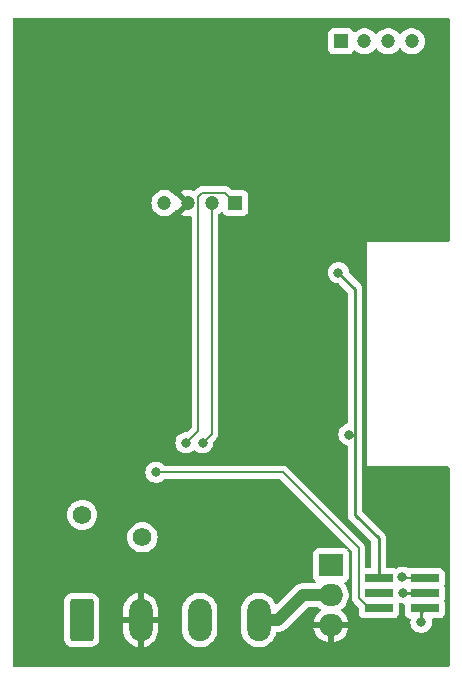
<source format=gbr>
%TF.GenerationSoftware,KiCad,Pcbnew,7.0.1*%
%TF.CreationDate,2024-02-27T21:29:27+01:00*%
%TF.ProjectId,PresenceDetection,50726573-656e-4636-9544-657465637469,rev?*%
%TF.SameCoordinates,Original*%
%TF.FileFunction,Copper,L2,Bot*%
%TF.FilePolarity,Positive*%
%FSLAX46Y46*%
G04 Gerber Fmt 4.6, Leading zero omitted, Abs format (unit mm)*
G04 Created by KiCad (PCBNEW 7.0.1) date 2024-02-27 21:29:27*
%MOMM*%
%LPD*%
G01*
G04 APERTURE LIST*
G04 Aperture macros list*
%AMRoundRect*
0 Rectangle with rounded corners*
0 $1 Rounding radius*
0 $2 $3 $4 $5 $6 $7 $8 $9 X,Y pos of 4 corners*
0 Add a 4 corners polygon primitive as box body*
4,1,4,$2,$3,$4,$5,$6,$7,$8,$9,$2,$3,0*
0 Add four circle primitives for the rounded corners*
1,1,$1+$1,$2,$3*
1,1,$1+$1,$4,$5*
1,1,$1+$1,$6,$7*
1,1,$1+$1,$8,$9*
0 Add four rect primitives between the rounded corners*
20,1,$1+$1,$2,$3,$4,$5,0*
20,1,$1+$1,$4,$5,$6,$7,0*
20,1,$1+$1,$6,$7,$8,$9,0*
20,1,$1+$1,$8,$9,$2,$3,0*%
G04 Aperture macros list end*
%TA.AperFunction,ComponentPad*%
%ADD10R,2.000000X1.905000*%
%TD*%
%TA.AperFunction,ComponentPad*%
%ADD11O,2.000000X1.905000*%
%TD*%
%TA.AperFunction,ComponentPad*%
%ADD12C,1.560000*%
%TD*%
%TA.AperFunction,ComponentPad*%
%ADD13RoundRect,0.250000X-0.750000X-1.550000X0.750000X-1.550000X0.750000X1.550000X-0.750000X1.550000X0*%
%TD*%
%TA.AperFunction,ComponentPad*%
%ADD14O,2.000000X3.600000*%
%TD*%
%TA.AperFunction,ComponentPad*%
%ADD15R,1.200000X1.200000*%
%TD*%
%TA.AperFunction,ComponentPad*%
%ADD16C,1.200000*%
%TD*%
%TA.AperFunction,SMDPad,CuDef*%
%ADD17R,2.400000X0.740000*%
%TD*%
%TA.AperFunction,ViaPad*%
%ADD18C,0.800000*%
%TD*%
%TA.AperFunction,Conductor*%
%ADD19C,0.127000*%
%TD*%
%TA.AperFunction,Conductor*%
%ADD20C,0.250000*%
%TD*%
%TA.AperFunction,Conductor*%
%ADD21C,1.000000*%
%TD*%
%TA.AperFunction,Conductor*%
%ADD22C,0.254000*%
%TD*%
G04 APERTURE END LIST*
D10*
%TO.P,Q1,1,G*%
%TO.N,/ESP32/GPIO5*%
X152955000Y-129360000D03*
D11*
%TO.P,Q1,2,D*%
%TO.N,Net-(J1-Pin_4)*%
X152955000Y-131900000D03*
%TO.P,Q1,3,S*%
%TO.N,GND*%
X152955000Y-134440000D03*
%TD*%
D12*
%TO.P,F1,1*%
%TO.N,Net-(J1-Pin_1)*%
X131900000Y-125100000D03*
%TO.P,F1,2*%
%TO.N,/Power/Vin*%
X137000000Y-127000000D03*
%TD*%
D13*
%TO.P,J1,1,Pin_1*%
%TO.N,Net-(J1-Pin_1)*%
X131850000Y-134000000D03*
D14*
%TO.P,J1,2,Pin_2*%
%TO.N,GND*%
X136850000Y-134000000D03*
%TO.P,J1,3,Pin_3*%
%TO.N,/Power/Vin*%
X141850000Y-134000000D03*
%TO.P,J1,4,Pin_4*%
%TO.N,Net-(J1-Pin_4)*%
X146850000Y-134000000D03*
%TD*%
D15*
%TO.P,J2,1,Pin_1*%
%TO.N,UTX*%
X144860000Y-98700000D03*
D16*
%TO.P,J2,2,Pin_2*%
%TO.N,URX*%
X142860000Y-98700000D03*
%TO.P,J2,3,Pin_3*%
%TO.N,GND*%
X140860000Y-98700000D03*
%TO.P,J2,4,Pin_4*%
%TO.N,+3.3V*%
X138860000Y-98700000D03*
D15*
%TO.P,J2,A*%
%TO.N,N/C*%
X153800000Y-85000000D03*
D16*
X155800000Y-85000000D03*
X157800000Y-85000000D03*
X159800000Y-85000000D03*
%TD*%
D17*
%TO.P,J3,1,Pin_1*%
%TO.N,EN*%
X160900000Y-130460000D03*
%TO.P,J3,2,Pin_2*%
%TO.N,+3.3V*%
X157000000Y-130460000D03*
%TO.P,J3,3,Pin_3*%
%TO.N,TX*%
X160900000Y-131730000D03*
%TO.P,J3,4,Pin_4*%
%TO.N,GND*%
X157000000Y-131730000D03*
%TO.P,J3,5,Pin_5*%
%TO.N,RX*%
X160900000Y-133000000D03*
%TO.P,J3,6,Pin_6*%
%TO.N,D0*%
X157000000Y-133000000D03*
%TD*%
D18*
%TO.N,EN*%
X159000000Y-130400000D03*
%TO.N,TX*%
X159100000Y-131700000D03*
%TO.N,RX*%
X160600000Y-134200000D03*
%TO.N,GND*%
X137000000Y-131000000D03*
X130000000Y-104000000D03*
X138000000Y-131000000D03*
X139000000Y-107000000D03*
X132000000Y-104000000D03*
X135574807Y-115568261D03*
X131000000Y-104000000D03*
X133760042Y-114863733D03*
X139000000Y-106000000D03*
X135000000Y-131000000D03*
X136000000Y-131000000D03*
%TO.N,URX*%
X142100000Y-119000000D03*
%TO.N,UTX*%
X140700000Y-119000000D03*
%TO.N,+3.3V*%
X153600000Y-104600000D03*
X154500000Y-118300000D03*
%TO.N,D0*%
X138150000Y-121500000D03*
%TD*%
D19*
%TO.N,D0*%
X156170000Y-133000000D02*
X157000000Y-133000000D01*
X155300000Y-127914624D02*
X155300000Y-132130000D01*
X148885376Y-121500000D02*
X155300000Y-127914624D01*
X138150000Y-121500000D02*
X148885376Y-121500000D01*
X155300000Y-132130000D02*
X156170000Y-133000000D01*
%TO.N,EN*%
X159000000Y-130400000D02*
X159060000Y-130460000D01*
X159060000Y-130460000D02*
X160900000Y-130460000D01*
D20*
%TO.N,TX*%
X160870000Y-131700000D02*
X160900000Y-131730000D01*
X159100000Y-131700000D02*
X160870000Y-131700000D01*
%TO.N,RX*%
X160600000Y-133300000D02*
X160900000Y-133000000D01*
X160600000Y-134200000D02*
X160600000Y-133300000D01*
D21*
%TO.N,Net-(J1-Pin_4)*%
X150600000Y-131900000D02*
X152955000Y-131900000D01*
X148500000Y-134000000D02*
X150600000Y-131900000D01*
X146850000Y-134000000D02*
X148500000Y-134000000D01*
D22*
%TO.N,+3.3V*%
X157000000Y-127100000D02*
X157000000Y-130460000D01*
X155000000Y-125100000D02*
X157000000Y-127100000D01*
D19*
%TO.N,URX*%
X142860000Y-98700000D02*
X142860000Y-118240000D01*
X142860000Y-118240000D02*
X142100000Y-119000000D01*
%TO.N,UTX*%
X141723500Y-117976500D02*
X140700000Y-119000000D01*
X142063500Y-97836500D02*
X141723500Y-98176500D01*
X144860000Y-98700000D02*
X143996500Y-97836500D01*
X141723500Y-98176500D02*
X141723500Y-117976500D01*
X143996500Y-97836500D02*
X142063500Y-97836500D01*
D22*
%TO.N,+3.3V*%
X155000000Y-106000000D02*
X153600000Y-104600000D01*
X154900000Y-118300000D02*
X155000000Y-118200000D01*
X155000000Y-118200000D02*
X155000000Y-106000000D01*
X155000000Y-125100000D02*
X155000000Y-118200000D01*
X154500000Y-118300000D02*
X154900000Y-118300000D01*
%TD*%
%TA.AperFunction,Conductor*%
%TO.N,GND*%
G36*
X162937500Y-83017113D02*
G01*
X162982887Y-83062500D01*
X162999500Y-83124500D01*
X162999500Y-101876000D01*
X162982887Y-101938000D01*
X162937500Y-101983387D01*
X162875500Y-102000000D01*
X156000000Y-102000000D01*
X156000000Y-121000000D01*
X162875500Y-121000000D01*
X162937500Y-121016613D01*
X162982887Y-121062000D01*
X162999500Y-121124000D01*
X162999500Y-137875500D01*
X162982887Y-137937500D01*
X162937500Y-137982887D01*
X162875500Y-137999500D01*
X128000099Y-137999500D01*
X127000099Y-137999500D01*
X126124500Y-137999500D01*
X126062500Y-137982887D01*
X126017113Y-137937500D01*
X126000500Y-137875500D01*
X126000500Y-135600008D01*
X130349500Y-135600008D01*
X130360000Y-135702796D01*
X130415186Y-135869334D01*
X130507288Y-136018657D01*
X130631342Y-136142711D01*
X130631344Y-136142712D01*
X130780666Y-136234814D01*
X130855375Y-136259570D01*
X130947202Y-136289999D01*
X130957703Y-136291071D01*
X131049991Y-136300500D01*
X132650008Y-136300499D01*
X132752797Y-136289999D01*
X132919334Y-136234814D01*
X133068656Y-136142712D01*
X133192712Y-136018656D01*
X133284814Y-135869334D01*
X133339999Y-135702797D01*
X133350500Y-135600009D01*
X133350499Y-134250000D01*
X135350000Y-134250000D01*
X135350000Y-134862049D01*
X135365386Y-135047732D01*
X135426413Y-135288721D01*
X135526266Y-135516365D01*
X135662233Y-135724477D01*
X135830596Y-135907368D01*
X136026766Y-136060053D01*
X136245393Y-136178368D01*
X136480508Y-136259083D01*
X136599999Y-136279023D01*
X136600000Y-136279023D01*
X136600000Y-134250000D01*
X137100000Y-134250000D01*
X137100000Y-136279023D01*
X137219491Y-136259083D01*
X137454606Y-136178368D01*
X137673233Y-136060053D01*
X137869403Y-135907368D01*
X138037766Y-135724477D01*
X138173733Y-135516365D01*
X138273586Y-135288721D01*
X138334613Y-135047732D01*
X138349998Y-134862073D01*
X140349500Y-134862073D01*
X140364891Y-135047816D01*
X140364891Y-135047819D01*
X140364892Y-135047821D01*
X140425937Y-135288881D01*
X140425938Y-135288883D01*
X140525825Y-135516604D01*
X140525827Y-135516607D01*
X140661836Y-135724785D01*
X140830256Y-135907738D01*
X140830259Y-135907740D01*
X141026485Y-136060470D01*
X141026487Y-136060471D01*
X141026491Y-136060474D01*
X141245190Y-136178828D01*
X141480386Y-136259571D01*
X141725665Y-136300500D01*
X141974335Y-136300500D01*
X142219614Y-136259571D01*
X142454810Y-136178828D01*
X142673509Y-136060474D01*
X142869744Y-135907738D01*
X143038164Y-135724785D01*
X143174173Y-135516607D01*
X143274063Y-135288881D01*
X143335108Y-135047821D01*
X143345355Y-134924159D01*
X143350500Y-134862073D01*
X143350500Y-133137927D01*
X143335108Y-132952183D01*
X143335108Y-132952179D01*
X143274063Y-132711119D01*
X143174173Y-132483393D01*
X143038164Y-132275215D01*
X142869744Y-132092262D01*
X142777415Y-132020399D01*
X142673514Y-131939529D01*
X142673510Y-131939526D01*
X142673509Y-131939526D01*
X142454810Y-131821172D01*
X142454806Y-131821170D01*
X142454805Y-131821170D01*
X142219615Y-131740429D01*
X141974335Y-131699500D01*
X141725665Y-131699500D01*
X141480384Y-131740429D01*
X141245194Y-131821170D01*
X141245190Y-131821171D01*
X141245190Y-131821172D01*
X141157710Y-131868513D01*
X141026485Y-131939529D01*
X140830259Y-132092259D01*
X140830256Y-132092261D01*
X140830256Y-132092262D01*
X140661836Y-132275215D01*
X140660517Y-132277234D01*
X140525825Y-132483395D01*
X140474459Y-132600500D01*
X140425937Y-132711119D01*
X140380436Y-132890798D01*
X140364891Y-132952183D01*
X140349500Y-133137927D01*
X140349500Y-134862073D01*
X138349998Y-134862073D01*
X138350000Y-134862049D01*
X138350000Y-134250000D01*
X137100000Y-134250000D01*
X136600000Y-134250000D01*
X135350000Y-134250000D01*
X133350499Y-134250000D01*
X133350499Y-133750000D01*
X135350000Y-133750000D01*
X136600000Y-133750000D01*
X136600000Y-131720978D01*
X136599999Y-131720976D01*
X137100000Y-131720976D01*
X137100000Y-133750000D01*
X138350000Y-133750000D01*
X138350000Y-133137951D01*
X138334613Y-132952267D01*
X138273586Y-132711278D01*
X138173733Y-132483634D01*
X138037766Y-132275522D01*
X137869403Y-132092631D01*
X137673233Y-131939946D01*
X137454606Y-131821631D01*
X137219491Y-131740916D01*
X137100000Y-131720976D01*
X136599999Y-131720976D01*
X136480508Y-131740916D01*
X136245393Y-131821631D01*
X136026766Y-131939946D01*
X135830596Y-132092631D01*
X135662233Y-132275522D01*
X135526266Y-132483634D01*
X135426413Y-132711278D01*
X135365386Y-132952267D01*
X135350000Y-133137951D01*
X135350000Y-133750000D01*
X133350499Y-133750000D01*
X133350499Y-132399992D01*
X133339999Y-132297203D01*
X133284814Y-132130666D01*
X133192712Y-131981344D01*
X133192711Y-131981342D01*
X133068657Y-131857288D01*
X132919334Y-131765186D01*
X132752797Y-131710000D01*
X132650009Y-131699500D01*
X131049991Y-131699500D01*
X130947203Y-131710000D01*
X130780665Y-131765186D01*
X130631342Y-131857288D01*
X130507288Y-131981342D01*
X130415186Y-132130665D01*
X130360000Y-132297202D01*
X130349500Y-132399990D01*
X130349500Y-135600008D01*
X126000500Y-135600008D01*
X126000500Y-126999999D01*
X135714608Y-126999999D01*
X135734136Y-127223203D01*
X135792128Y-127439631D01*
X135815462Y-127489671D01*
X135886819Y-127642696D01*
X136015333Y-127826233D01*
X136173767Y-127984667D01*
X136357304Y-128113181D01*
X136560370Y-128207872D01*
X136776794Y-128265863D01*
X137000000Y-128285391D01*
X137223206Y-128265863D01*
X137439630Y-128207872D01*
X137642696Y-128113181D01*
X137826233Y-127984667D01*
X137984667Y-127826233D01*
X138113181Y-127642696D01*
X138207872Y-127439630D01*
X138265863Y-127223206D01*
X138285391Y-127000000D01*
X138283792Y-126981729D01*
X138265863Y-126776796D01*
X138265863Y-126776794D01*
X138207872Y-126560370D01*
X138113181Y-126357305D01*
X137984667Y-126173767D01*
X137826233Y-126015333D01*
X137642696Y-125886819D01*
X137549069Y-125843160D01*
X137439631Y-125792128D01*
X137223203Y-125734136D01*
X137000000Y-125714608D01*
X136776796Y-125734136D01*
X136560368Y-125792128D01*
X136357304Y-125886819D01*
X136173766Y-126015333D01*
X136015333Y-126173766D01*
X135886819Y-126357304D01*
X135792128Y-126560368D01*
X135734136Y-126776796D01*
X135714608Y-126999999D01*
X126000500Y-126999999D01*
X126000500Y-125100000D01*
X130614608Y-125100000D01*
X130634136Y-125323203D01*
X130692128Y-125539631D01*
X130743160Y-125649069D01*
X130786819Y-125742696D01*
X130915333Y-125926233D01*
X131073767Y-126084667D01*
X131257304Y-126213181D01*
X131460370Y-126307872D01*
X131676794Y-126365863D01*
X131900000Y-126385391D01*
X132123206Y-126365863D01*
X132339630Y-126307872D01*
X132542696Y-126213181D01*
X132726233Y-126084667D01*
X132884667Y-125926233D01*
X133013181Y-125742696D01*
X133107872Y-125539630D01*
X133165863Y-125323206D01*
X133185391Y-125100000D01*
X133165863Y-124876794D01*
X133107872Y-124660370D01*
X133013181Y-124457305D01*
X132884667Y-124273767D01*
X132726233Y-124115333D01*
X132542696Y-123986819D01*
X132449069Y-123943160D01*
X132339631Y-123892128D01*
X132123203Y-123834136D01*
X131900000Y-123814608D01*
X131676796Y-123834136D01*
X131460368Y-123892128D01*
X131257304Y-123986819D01*
X131073766Y-124115333D01*
X130915333Y-124273766D01*
X130786819Y-124457304D01*
X130692128Y-124660368D01*
X130634136Y-124876796D01*
X130614608Y-125100000D01*
X126000500Y-125100000D01*
X126000500Y-121500000D01*
X137244540Y-121500000D01*
X137264326Y-121688257D01*
X137322820Y-121868284D01*
X137417466Y-122032216D01*
X137544129Y-122172889D01*
X137697269Y-122284151D01*
X137870197Y-122361144D01*
X138055352Y-122400500D01*
X138055354Y-122400500D01*
X138244646Y-122400500D01*
X138244648Y-122400500D01*
X138368083Y-122374262D01*
X138429803Y-122361144D01*
X138602730Y-122284151D01*
X138755871Y-122172888D01*
X138816972Y-122105027D01*
X138858686Y-122074720D01*
X138909122Y-122064000D01*
X148600397Y-122064000D01*
X148647850Y-122073439D01*
X148688078Y-122100319D01*
X151687759Y-125100000D01*
X154379981Y-127792221D01*
X154411277Y-127844967D01*
X154413466Y-127906260D01*
X154386013Y-127961105D01*
X154335634Y-127996084D01*
X154274653Y-128002640D01*
X154217990Y-127979169D01*
X154197333Y-127963705D01*
X154197331Y-127963704D01*
X154062483Y-127913409D01*
X154002873Y-127907000D01*
X154002869Y-127907000D01*
X151907130Y-127907000D01*
X151847515Y-127913409D01*
X151712669Y-127963704D01*
X151597454Y-128049954D01*
X151511204Y-128165168D01*
X151460909Y-128300016D01*
X151454500Y-128359630D01*
X151454500Y-130360369D01*
X151460909Y-130419983D01*
X151511204Y-130554831D01*
X151597454Y-130670046D01*
X151597455Y-130670047D01*
X151605718Y-130676233D01*
X151644202Y-130723989D01*
X151655092Y-130784346D01*
X151635723Y-130842539D01*
X151590835Y-130884332D01*
X151531408Y-130899500D01*
X150614238Y-130899500D01*
X150611096Y-130899460D01*
X150523635Y-130897243D01*
X150465581Y-130907648D01*
X150456253Y-130908957D01*
X150397561Y-130914926D01*
X150368527Y-130924035D01*
X150353288Y-130927775D01*
X150323345Y-130933142D01*
X150268568Y-130955021D01*
X150259698Y-130958179D01*
X150203410Y-130975841D01*
X150176809Y-130990605D01*
X150162639Y-130997335D01*
X150134385Y-131008622D01*
X150085121Y-131041087D01*
X150077070Y-131045964D01*
X150025498Y-131074590D01*
X150002414Y-131094407D01*
X149989887Y-131103853D01*
X149964481Y-131120598D01*
X149922775Y-131162303D01*
X149915868Y-131168704D01*
X149871103Y-131207135D01*
X149852480Y-131231193D01*
X149842108Y-131242969D01*
X148432854Y-132652223D01*
X148381781Y-132683015D01*
X148322240Y-132686403D01*
X148268003Y-132661603D01*
X148231617Y-132614352D01*
X148174174Y-132483395D01*
X148129119Y-132414433D01*
X148038164Y-132275215D01*
X147869744Y-132092262D01*
X147777415Y-132020399D01*
X147673514Y-131939529D01*
X147673510Y-131939526D01*
X147673509Y-131939526D01*
X147454810Y-131821172D01*
X147454806Y-131821170D01*
X147454805Y-131821170D01*
X147219615Y-131740429D01*
X146974335Y-131699500D01*
X146725665Y-131699500D01*
X146480384Y-131740429D01*
X146245194Y-131821170D01*
X146245190Y-131821171D01*
X146245190Y-131821172D01*
X146157710Y-131868513D01*
X146026485Y-131939529D01*
X145830259Y-132092259D01*
X145830256Y-132092261D01*
X145830256Y-132092262D01*
X145661836Y-132275215D01*
X145660517Y-132277234D01*
X145525825Y-132483395D01*
X145474459Y-132600500D01*
X145425937Y-132711119D01*
X145380436Y-132890798D01*
X145364891Y-132952183D01*
X145349500Y-133137927D01*
X145349500Y-134862073D01*
X145364891Y-135047816D01*
X145364891Y-135047819D01*
X145364892Y-135047821D01*
X145425937Y-135288881D01*
X145425938Y-135288883D01*
X145525825Y-135516604D01*
X145525827Y-135516607D01*
X145661836Y-135724785D01*
X145830256Y-135907738D01*
X145830259Y-135907740D01*
X146026485Y-136060470D01*
X146026487Y-136060471D01*
X146026491Y-136060474D01*
X146245190Y-136178828D01*
X146480386Y-136259571D01*
X146725665Y-136300500D01*
X146974335Y-136300500D01*
X147219614Y-136259571D01*
X147454810Y-136178828D01*
X147673509Y-136060474D01*
X147869744Y-135907738D01*
X148038164Y-135724785D01*
X148174173Y-135516607D01*
X148274063Y-135288881D01*
X148323399Y-135094057D01*
X148347886Y-135045670D01*
X148390684Y-135012360D01*
X148443604Y-135000500D01*
X148485721Y-135000500D01*
X148488862Y-135000539D01*
X148576363Y-135002757D01*
X148634432Y-134992348D01*
X148643736Y-134991043D01*
X148702438Y-134985074D01*
X148731467Y-134975965D01*
X148746700Y-134972226D01*
X148776653Y-134966858D01*
X148831426Y-134944978D01*
X148840301Y-134941819D01*
X148857675Y-134936367D01*
X148896588Y-134924159D01*
X148923194Y-134909390D01*
X148937362Y-134902662D01*
X148965617Y-134891377D01*
X149014879Y-134858909D01*
X149022910Y-134854043D01*
X149074502Y-134825409D01*
X149097587Y-134805589D01*
X149110114Y-134796144D01*
X149135519Y-134779402D01*
X149177251Y-134737668D01*
X149184123Y-134731300D01*
X149228895Y-134692866D01*
X149231113Y-134690000D01*
X151476633Y-134690000D01*
X151494619Y-134797792D01*
X151572780Y-135025460D01*
X151687348Y-135237164D01*
X151835201Y-135427126D01*
X152012292Y-135590151D01*
X152213819Y-135721815D01*
X152434255Y-135818506D01*
X152667606Y-135877599D01*
X152705000Y-135880697D01*
X152705000Y-134690000D01*
X153205000Y-134690000D01*
X153205000Y-135880697D01*
X153242393Y-135877599D01*
X153475744Y-135818506D01*
X153696180Y-135721815D01*
X153897707Y-135590151D01*
X154074798Y-135427126D01*
X154222651Y-135237164D01*
X154337219Y-135025460D01*
X154415380Y-134797792D01*
X154433367Y-134690000D01*
X153205000Y-134690000D01*
X152705000Y-134690000D01*
X151476633Y-134690000D01*
X149231113Y-134690000D01*
X149247519Y-134668803D01*
X149257880Y-134657039D01*
X150978101Y-132936819D01*
X151018330Y-132909939D01*
X151065783Y-132900500D01*
X151800606Y-132900500D01*
X151845681Y-132908983D01*
X151884588Y-132933269D01*
X152011990Y-133050551D01*
X152036387Y-133066490D01*
X152077619Y-133111280D01*
X152092564Y-133170297D01*
X152077619Y-133229314D01*
X152036387Y-133274106D01*
X152012294Y-133289846D01*
X151835201Y-133452873D01*
X151687348Y-133642835D01*
X151572780Y-133854539D01*
X151494619Y-134082207D01*
X151476633Y-134189999D01*
X151476634Y-134190000D01*
X154433366Y-134190000D01*
X154433366Y-134189999D01*
X154415380Y-134082207D01*
X154337219Y-133854539D01*
X154222651Y-133642835D01*
X154074798Y-133452873D01*
X153897704Y-133289846D01*
X153873614Y-133274107D01*
X153832380Y-133229315D01*
X153817435Y-133170297D01*
X153832381Y-133111279D01*
X153873612Y-133066490D01*
X153898010Y-133050551D01*
X154075171Y-132887463D01*
X154223072Y-132697439D01*
X154337679Y-132485664D01*
X154415866Y-132257913D01*
X154455500Y-132020399D01*
X154455500Y-131779601D01*
X154415866Y-131542087D01*
X154337679Y-131314336D01*
X154223072Y-131102561D01*
X154112165Y-130960067D01*
X154088312Y-130907641D01*
X154090720Y-130850091D01*
X154118870Y-130799838D01*
X154166685Y-130767726D01*
X154197331Y-130756296D01*
X154312546Y-130670046D01*
X154398796Y-130554831D01*
X154449091Y-130419983D01*
X154455500Y-130360373D01*
X154455499Y-128359628D01*
X154449091Y-128300017D01*
X154398796Y-128165169D01*
X154383329Y-128144508D01*
X154359859Y-128087846D01*
X154366415Y-128026866D01*
X154401394Y-127976486D01*
X154456239Y-127949033D01*
X154517532Y-127951222D01*
X154570278Y-127982518D01*
X154699681Y-128111921D01*
X154726561Y-128152149D01*
X154736000Y-128199602D01*
X154736000Y-132084906D01*
X154734939Y-132101092D01*
X154731133Y-132130000D01*
X154736000Y-132166967D01*
X154750517Y-132277234D01*
X154807347Y-132414433D01*
X154897749Y-132532249D01*
X154920883Y-132550000D01*
X154933079Y-132560696D01*
X155263181Y-132890798D01*
X155290061Y-132931026D01*
X155299500Y-132978479D01*
X155299500Y-133417869D01*
X155305909Y-133477483D01*
X155356204Y-133612331D01*
X155442454Y-133727546D01*
X155557669Y-133813796D01*
X155692517Y-133864091D01*
X155752127Y-133870500D01*
X158247872Y-133870499D01*
X158307483Y-133864091D01*
X158442331Y-133813796D01*
X158557546Y-133727546D01*
X158643796Y-133612331D01*
X158694091Y-133477483D01*
X158700500Y-133417873D01*
X158700499Y-132688828D01*
X158712578Y-132635446D01*
X158746463Y-132592463D01*
X158795551Y-132568255D01*
X158850280Y-132567539D01*
X159005352Y-132600500D01*
X159075500Y-132600500D01*
X159137500Y-132617113D01*
X159182887Y-132662500D01*
X159199500Y-132724500D01*
X159199500Y-133417869D01*
X159205909Y-133477483D01*
X159256204Y-133612331D01*
X159342454Y-133727546D01*
X159457669Y-133813796D01*
X159592517Y-133864091D01*
X159605312Y-133865466D01*
X159665102Y-133888552D01*
X159705378Y-133938409D01*
X159715380Y-134001717D01*
X159694540Y-134199999D01*
X159714326Y-134388257D01*
X159772820Y-134568284D01*
X159867466Y-134732216D01*
X159994129Y-134872889D01*
X160147269Y-134984151D01*
X160320197Y-135061144D01*
X160505352Y-135100500D01*
X160505354Y-135100500D01*
X160694646Y-135100500D01*
X160694648Y-135100500D01*
X160818084Y-135074262D01*
X160879803Y-135061144D01*
X161052730Y-134984151D01*
X161076533Y-134966857D01*
X161205870Y-134872889D01*
X161215631Y-134862049D01*
X161332533Y-134732216D01*
X161427179Y-134568284D01*
X161485674Y-134388256D01*
X161505460Y-134200000D01*
X161485674Y-134011744D01*
X161485672Y-134011740D01*
X161485223Y-134007461D01*
X161497094Y-133940141D01*
X161542834Y-133889341D01*
X161608544Y-133870499D01*
X162147870Y-133870499D01*
X162147872Y-133870499D01*
X162207483Y-133864091D01*
X162342331Y-133813796D01*
X162457546Y-133727546D01*
X162543796Y-133612331D01*
X162594091Y-133477483D01*
X162600500Y-133417873D01*
X162600499Y-132582128D01*
X162594091Y-132522517D01*
X162551502Y-132408332D01*
X162543685Y-132365000D01*
X162551502Y-132321668D01*
X162594091Y-132207483D01*
X162600500Y-132147873D01*
X162600499Y-131312128D01*
X162594091Y-131252517D01*
X162551502Y-131138332D01*
X162543685Y-131095000D01*
X162551502Y-131051668D01*
X162594091Y-130937483D01*
X162600500Y-130877873D01*
X162600499Y-130042128D01*
X162594091Y-129982517D01*
X162543796Y-129847669D01*
X162457546Y-129732454D01*
X162342331Y-129646204D01*
X162207483Y-129595909D01*
X162147873Y-129589500D01*
X162147869Y-129589500D01*
X159652130Y-129589500D01*
X159592514Y-129595909D01*
X159539557Y-129615661D01*
X159492388Y-129623420D01*
X159445789Y-129612758D01*
X159279802Y-129538855D01*
X159094648Y-129499500D01*
X159094646Y-129499500D01*
X158905354Y-129499500D01*
X158905352Y-129499500D01*
X158720197Y-129538855D01*
X158547271Y-129615847D01*
X158537914Y-129622646D01*
X158481800Y-129645187D01*
X158421698Y-129638508D01*
X158307485Y-129595909D01*
X158287612Y-129593772D01*
X158247873Y-129589500D01*
X158247869Y-129589500D01*
X157751500Y-129589500D01*
X157689500Y-129572887D01*
X157644113Y-129527500D01*
X157627500Y-129465500D01*
X157627500Y-127182966D01*
X157629770Y-127162399D01*
X157627561Y-127092095D01*
X157627500Y-127088200D01*
X157627500Y-127060525D01*
X157626993Y-127056513D01*
X157626076Y-127044861D01*
X157624700Y-127001057D01*
X157619082Y-126981723D01*
X157615139Y-126962682D01*
X157612616Y-126942707D01*
X157596480Y-126901953D01*
X157592697Y-126890904D01*
X157580468Y-126848809D01*
X157570222Y-126831485D01*
X157561661Y-126814009D01*
X157554253Y-126795297D01*
X157540811Y-126776796D01*
X157528485Y-126759832D01*
X157522074Y-126750070D01*
X157499763Y-126712344D01*
X157485530Y-126698111D01*
X157472893Y-126683316D01*
X157461063Y-126667033D01*
X157461060Y-126667031D01*
X157461060Y-126667030D01*
X157427287Y-126639090D01*
X157418647Y-126631228D01*
X155663819Y-124876400D01*
X155636939Y-124836172D01*
X155627500Y-124788719D01*
X155627500Y-118259135D01*
X155629027Y-118239736D01*
X155632174Y-118219867D01*
X155628049Y-118176238D01*
X155627500Y-118164570D01*
X155627500Y-106082966D01*
X155629770Y-106062398D01*
X155627561Y-105992081D01*
X155627500Y-105988187D01*
X155627500Y-105960525D01*
X155626994Y-105956521D01*
X155626077Y-105944869D01*
X155624701Y-105901057D01*
X155619083Y-105881722D01*
X155615138Y-105862679D01*
X155612616Y-105842707D01*
X155596481Y-105801955D01*
X155592698Y-105790907D01*
X155580468Y-105748809D01*
X155570222Y-105731485D01*
X155561661Y-105714009D01*
X155554253Y-105695297D01*
X155528489Y-105659837D01*
X155522074Y-105650070D01*
X155499763Y-105612344D01*
X155485530Y-105598111D01*
X155472893Y-105583316D01*
X155461063Y-105567033D01*
X155461060Y-105567031D01*
X155461060Y-105567030D01*
X155427287Y-105539090D01*
X155418647Y-105531228D01*
X154538628Y-104651209D01*
X154514388Y-104616911D01*
X154502989Y-104576494D01*
X154485674Y-104411744D01*
X154427179Y-104231716D01*
X154427179Y-104231715D01*
X154332533Y-104067783D01*
X154205870Y-103927110D01*
X154052730Y-103815848D01*
X153879802Y-103738855D01*
X153694648Y-103699500D01*
X153694646Y-103699500D01*
X153505354Y-103699500D01*
X153505352Y-103699500D01*
X153320197Y-103738855D01*
X153147269Y-103815848D01*
X152994129Y-103927110D01*
X152867466Y-104067783D01*
X152772820Y-104231715D01*
X152714326Y-104411742D01*
X152694540Y-104599999D01*
X152714326Y-104788257D01*
X152772820Y-104968284D01*
X152867466Y-105132216D01*
X152994129Y-105272889D01*
X153147269Y-105384151D01*
X153320197Y-105461144D01*
X153505352Y-105500500D01*
X153505354Y-105500500D01*
X153561719Y-105500500D01*
X153609172Y-105509939D01*
X153649400Y-105536819D01*
X154336181Y-106223600D01*
X154363061Y-106263828D01*
X154372500Y-106311281D01*
X154372500Y-117306070D01*
X154359950Y-117360428D01*
X154324841Y-117403784D01*
X154274282Y-117427359D01*
X154220197Y-117438856D01*
X154220196Y-117438856D01*
X154220193Y-117438857D01*
X154047269Y-117515848D01*
X153894129Y-117627110D01*
X153767466Y-117767783D01*
X153672820Y-117931715D01*
X153614326Y-118111742D01*
X153594540Y-118300000D01*
X153614326Y-118488257D01*
X153672820Y-118668284D01*
X153767466Y-118832216D01*
X153894129Y-118972889D01*
X154047269Y-119084151D01*
X154163168Y-119135752D01*
X154220197Y-119161144D01*
X154274282Y-119172640D01*
X154324841Y-119196216D01*
X154359950Y-119239572D01*
X154372500Y-119293930D01*
X154372500Y-125017034D01*
X154370229Y-125037601D01*
X154372439Y-125107919D01*
X154372500Y-125111813D01*
X154372500Y-125139476D01*
X154373006Y-125143484D01*
X154373921Y-125155118D01*
X154375298Y-125198943D01*
X154380916Y-125218278D01*
X154384861Y-125237328D01*
X154387383Y-125257293D01*
X154403519Y-125298049D01*
X154407302Y-125309098D01*
X154419530Y-125351187D01*
X154419531Y-125351189D01*
X154419532Y-125351191D01*
X154429779Y-125368517D01*
X154438338Y-125385989D01*
X154445747Y-125404705D01*
X154471511Y-125440165D01*
X154477925Y-125449929D01*
X154500237Y-125487656D01*
X154514475Y-125501894D01*
X154527107Y-125516685D01*
X154538937Y-125532967D01*
X154572705Y-125560902D01*
X154581346Y-125568765D01*
X156336181Y-127323600D01*
X156363061Y-127363828D01*
X156372500Y-127411281D01*
X156372500Y-129465501D01*
X156355887Y-129527501D01*
X156310500Y-129572888D01*
X156248500Y-129589501D01*
X155988000Y-129589501D01*
X155926000Y-129572888D01*
X155880613Y-129527501D01*
X155864000Y-129465501D01*
X155864000Y-127959718D01*
X155865061Y-127943532D01*
X155868867Y-127914623D01*
X155857230Y-127826236D01*
X155849483Y-127767390D01*
X155792653Y-127630191D01*
X155749870Y-127574435D01*
X155702250Y-127512374D01*
X155679104Y-127494613D01*
X155666912Y-127483920D01*
X149316072Y-121133079D01*
X149305376Y-121120883D01*
X149287625Y-121097749D01*
X149169809Y-121007347D01*
X149032610Y-120950517D01*
X149032609Y-120950516D01*
X148922344Y-120936000D01*
X148885376Y-120931133D01*
X148856465Y-120934939D01*
X148840282Y-120936000D01*
X138909122Y-120936000D01*
X138858686Y-120925280D01*
X138816972Y-120894972D01*
X138755869Y-120827110D01*
X138602730Y-120715848D01*
X138429802Y-120638855D01*
X138244648Y-120599500D01*
X138244646Y-120599500D01*
X138055354Y-120599500D01*
X138055352Y-120599500D01*
X137870197Y-120638855D01*
X137697269Y-120715848D01*
X137544129Y-120827110D01*
X137417466Y-120967783D01*
X137322820Y-121131715D01*
X137264326Y-121311742D01*
X137244540Y-121500000D01*
X126000500Y-121500000D01*
X126000500Y-119000000D01*
X139794540Y-119000000D01*
X139814326Y-119188257D01*
X139872820Y-119368284D01*
X139967466Y-119532216D01*
X140094129Y-119672889D01*
X140247269Y-119784151D01*
X140420197Y-119861144D01*
X140605352Y-119900500D01*
X140605354Y-119900500D01*
X140794646Y-119900500D01*
X140794648Y-119900500D01*
X140918084Y-119874262D01*
X140979803Y-119861144D01*
X141152730Y-119784151D01*
X141305871Y-119672888D01*
X141307848Y-119670691D01*
X141315327Y-119666018D01*
X141316415Y-119665228D01*
X141316470Y-119665304D01*
X141365820Y-119634466D01*
X141434180Y-119634466D01*
X141483529Y-119665304D01*
X141483585Y-119665228D01*
X141484672Y-119666018D01*
X141492152Y-119670692D01*
X141494131Y-119672890D01*
X141647269Y-119784151D01*
X141820197Y-119861144D01*
X142005352Y-119900500D01*
X142005354Y-119900500D01*
X142194646Y-119900500D01*
X142194648Y-119900500D01*
X142318084Y-119874262D01*
X142379803Y-119861144D01*
X142552730Y-119784151D01*
X142552729Y-119784151D01*
X142705870Y-119672889D01*
X142832533Y-119532216D01*
X142927179Y-119368284D01*
X142969000Y-119239572D01*
X142985674Y-119188256D01*
X143005460Y-119000000D01*
X143001385Y-118961230D01*
X143007818Y-118906878D01*
X143037023Y-118860591D01*
X143226920Y-118670694D01*
X143239110Y-118660005D01*
X143262250Y-118642250D01*
X143352653Y-118524433D01*
X143409483Y-118387234D01*
X143424000Y-118276968D01*
X143428867Y-118240000D01*
X143425060Y-118211089D01*
X143424000Y-118194906D01*
X143424000Y-99714230D01*
X143439671Y-99653891D01*
X143482722Y-99608803D01*
X143484674Y-99607594D01*
X143526041Y-99581981D01*
X143618019Y-99498131D01*
X143670761Y-99469655D01*
X143730703Y-99469246D01*
X143783833Y-99497001D01*
X143805263Y-99528250D01*
X143805520Y-99528058D01*
X143816203Y-99542328D01*
X143816204Y-99542331D01*
X143902454Y-99657546D01*
X144017669Y-99743796D01*
X144152517Y-99794091D01*
X144212127Y-99800500D01*
X145507872Y-99800499D01*
X145567483Y-99794091D01*
X145702331Y-99743796D01*
X145817546Y-99657546D01*
X145903796Y-99542331D01*
X145954091Y-99407483D01*
X145960500Y-99347873D01*
X145960499Y-98052128D01*
X145954091Y-97992517D01*
X145903796Y-97857669D01*
X145817546Y-97742454D01*
X145702331Y-97656204D01*
X145567483Y-97605909D01*
X145507873Y-97599500D01*
X145507869Y-97599500D01*
X144608479Y-97599500D01*
X144561026Y-97590061D01*
X144520798Y-97563181D01*
X144427196Y-97469579D01*
X144416500Y-97457383D01*
X144398749Y-97434249D01*
X144280933Y-97343847D01*
X144143734Y-97287017D01*
X144126621Y-97284764D01*
X144033468Y-97272500D01*
X143996500Y-97267633D01*
X143967589Y-97271439D01*
X143951406Y-97272500D01*
X142108601Y-97272500D01*
X142092415Y-97271439D01*
X142063500Y-97267632D01*
X142063499Y-97267632D01*
X141933373Y-97284764D01*
X141916266Y-97287016D01*
X141876081Y-97303661D01*
X141779068Y-97343845D01*
X141758538Y-97359598D01*
X141690832Y-97411551D01*
X141661250Y-97434250D01*
X141661249Y-97434251D01*
X141643493Y-97457390D01*
X141632801Y-97469580D01*
X141437560Y-97664820D01*
X141398213Y-97691331D01*
X141351789Y-97701124D01*
X141305086Y-97692766D01*
X141162320Y-97637460D01*
X140961928Y-97600000D01*
X140758072Y-97600000D01*
X140557679Y-97637459D01*
X140367589Y-97711100D01*
X140279310Y-97765758D01*
X140860000Y-98346447D01*
X141123181Y-98609628D01*
X141150061Y-98649856D01*
X141159500Y-98697309D01*
X141159500Y-98702691D01*
X141150061Y-98750144D01*
X141123181Y-98790372D01*
X140279310Y-99634240D01*
X140367588Y-99688899D01*
X140557679Y-99762540D01*
X140758072Y-99800000D01*
X140961928Y-99800000D01*
X141012715Y-99790506D01*
X141066670Y-99792377D01*
X141114717Y-99816997D01*
X141147747Y-99859702D01*
X141159500Y-99912395D01*
X141159500Y-117691521D01*
X141150061Y-117738974D01*
X141123181Y-117779202D01*
X140839201Y-118063181D01*
X140798973Y-118090061D01*
X140751520Y-118099500D01*
X140605352Y-118099500D01*
X140420197Y-118138855D01*
X140247269Y-118215848D01*
X140094129Y-118327110D01*
X139967466Y-118467783D01*
X139872820Y-118631715D01*
X139814326Y-118811742D01*
X139794540Y-119000000D01*
X126000500Y-119000000D01*
X126000500Y-98700000D01*
X137754785Y-98700000D01*
X137773602Y-98903083D01*
X137829418Y-99099251D01*
X137920324Y-99281818D01*
X138043236Y-99444580D01*
X138193958Y-99581981D01*
X138367361Y-99689347D01*
X138367363Y-99689348D01*
X138557544Y-99763024D01*
X138758024Y-99800500D01*
X138961974Y-99800500D01*
X138961976Y-99800500D01*
X139162456Y-99763024D01*
X139352637Y-99689348D01*
X139526041Y-99581981D01*
X139676764Y-99444579D01*
X139749796Y-99347869D01*
X139763797Y-99329329D01*
X139811365Y-99291203D01*
X139871353Y-99280354D01*
X139922533Y-99283912D01*
X140506447Y-98700001D01*
X140506447Y-98700000D01*
X139922533Y-98116085D01*
X139871368Y-98119648D01*
X139811374Y-98108802D01*
X139763800Y-98070675D01*
X139676763Y-97955419D01*
X139526041Y-97818018D01*
X139352638Y-97710652D01*
X139162457Y-97636976D01*
X139095629Y-97624483D01*
X138961976Y-97599500D01*
X138758024Y-97599500D01*
X138657784Y-97618237D01*
X138557542Y-97636976D01*
X138367361Y-97710652D01*
X138193958Y-97818018D01*
X138043236Y-97955419D01*
X137920324Y-98118181D01*
X137829418Y-98300748D01*
X137773602Y-98496916D01*
X137754785Y-98700000D01*
X126000500Y-98700000D01*
X126000500Y-85647869D01*
X152699500Y-85647869D01*
X152705909Y-85707484D01*
X152719745Y-85744579D01*
X152756204Y-85842331D01*
X152842454Y-85957546D01*
X152957669Y-86043796D01*
X153092517Y-86094091D01*
X153152127Y-86100500D01*
X154447872Y-86100499D01*
X154507483Y-86094091D01*
X154642331Y-86043796D01*
X154757546Y-85957546D01*
X154843796Y-85842331D01*
X154843796Y-85842328D01*
X154854480Y-85828058D01*
X154854736Y-85828250D01*
X154876161Y-85797006D01*
X154929292Y-85769247D01*
X154989236Y-85769655D01*
X155041983Y-85798134D01*
X155133958Y-85881981D01*
X155307361Y-85989347D01*
X155307363Y-85989348D01*
X155497544Y-86063024D01*
X155698024Y-86100500D01*
X155901974Y-86100500D01*
X155901976Y-86100500D01*
X156102456Y-86063024D01*
X156292637Y-85989348D01*
X156466041Y-85881981D01*
X156616764Y-85744579D01*
X156701044Y-85632972D01*
X156744728Y-85596698D01*
X156800000Y-85583698D01*
X156855272Y-85596698D01*
X156898954Y-85632972D01*
X156983234Y-85744578D01*
X157133958Y-85881981D01*
X157307361Y-85989347D01*
X157307363Y-85989348D01*
X157497544Y-86063024D01*
X157698024Y-86100500D01*
X157901974Y-86100500D01*
X157901976Y-86100500D01*
X158102456Y-86063024D01*
X158292637Y-85989348D01*
X158466041Y-85881981D01*
X158616764Y-85744579D01*
X158701044Y-85632972D01*
X158744728Y-85596698D01*
X158800000Y-85583698D01*
X158855272Y-85596698D01*
X158898954Y-85632972D01*
X158983234Y-85744578D01*
X159133958Y-85881981D01*
X159307361Y-85989347D01*
X159307363Y-85989348D01*
X159497544Y-86063024D01*
X159698024Y-86100500D01*
X159901974Y-86100500D01*
X159901976Y-86100500D01*
X160102456Y-86063024D01*
X160292637Y-85989348D01*
X160466041Y-85881981D01*
X160589257Y-85769655D01*
X160616763Y-85744580D01*
X160644777Y-85707484D01*
X160739673Y-85581821D01*
X160739673Y-85581819D01*
X160739675Y-85581818D01*
X160800000Y-85460667D01*
X160830582Y-85399250D01*
X160886397Y-85203083D01*
X160905215Y-85000000D01*
X160886397Y-84796917D01*
X160830582Y-84600750D01*
X160800000Y-84539332D01*
X160739675Y-84418181D01*
X160616763Y-84255419D01*
X160466041Y-84118018D01*
X160292638Y-84010652D01*
X160102457Y-83936976D01*
X160035629Y-83924483D01*
X159901976Y-83899500D01*
X159698024Y-83899500D01*
X159597784Y-83918237D01*
X159497542Y-83936976D01*
X159307361Y-84010652D01*
X159133958Y-84118018D01*
X158983236Y-84255419D01*
X158898954Y-84367028D01*
X158855271Y-84403301D01*
X158800000Y-84416301D01*
X158744729Y-84403301D01*
X158701046Y-84367028D01*
X158616763Y-84255419D01*
X158466041Y-84118018D01*
X158292638Y-84010652D01*
X158102457Y-83936976D01*
X158035629Y-83924483D01*
X157901976Y-83899500D01*
X157698024Y-83899500D01*
X157597784Y-83918237D01*
X157497542Y-83936976D01*
X157307361Y-84010652D01*
X157133958Y-84118018D01*
X156983236Y-84255419D01*
X156898954Y-84367028D01*
X156855271Y-84403301D01*
X156800000Y-84416301D01*
X156744729Y-84403301D01*
X156701046Y-84367028D01*
X156616763Y-84255419D01*
X156466041Y-84118018D01*
X156292638Y-84010652D01*
X156102457Y-83936976D01*
X156035629Y-83924483D01*
X155901976Y-83899500D01*
X155698024Y-83899500D01*
X155597784Y-83918237D01*
X155497542Y-83936976D01*
X155307361Y-84010652D01*
X155133958Y-84118019D01*
X155041983Y-84201865D01*
X154989236Y-84230344D01*
X154929293Y-84230753D01*
X154876163Y-84202995D01*
X154854736Y-84171749D01*
X154854480Y-84171942D01*
X154843796Y-84157671D01*
X154843796Y-84157669D01*
X154757546Y-84042454D01*
X154642331Y-83956204D01*
X154507483Y-83905909D01*
X154447873Y-83899500D01*
X154447869Y-83899500D01*
X153152130Y-83899500D01*
X153092515Y-83905909D01*
X152957669Y-83956204D01*
X152842454Y-84042454D01*
X152756204Y-84157668D01*
X152705909Y-84292516D01*
X152699500Y-84352130D01*
X152699500Y-85647869D01*
X126000500Y-85647869D01*
X126000500Y-83124500D01*
X126017113Y-83062500D01*
X126062500Y-83017113D01*
X126124500Y-83000500D01*
X162875500Y-83000500D01*
X162937500Y-83017113D01*
G37*
%TD.AperFunction*%
%TD*%
M02*

</source>
